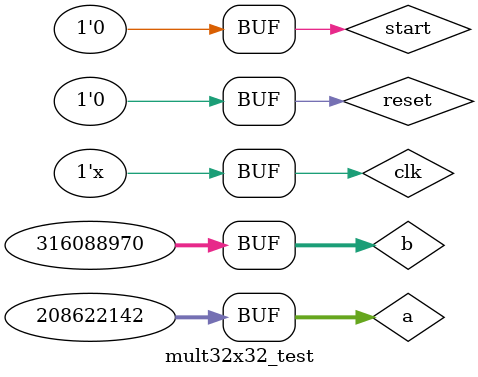
<source format=sv>
module mult32x32_test;

    logic clk;            // Clock
    logic reset;          // Reset
    logic start;          // Start signal
    logic [31:0] a;       // Input a
    logic [31:0] b;       // Input b
    logic busy;           // Multiplier busy indication
    logic [63:0] product; // Miltiplication product

// Put your code here
// ------------------
mult32x32 uut (
    .clk(clk),
    .reset(reset),
    .start(start),
    .a(a),
    .b(b),
    .busy(busy),
    .product(product)
);
    always begin
        #5;
        clk = ~clk;
    end 

initial begin
    // Initialize signals
    clk = 1'b1;
    reset = 1'b1;
    start = 1'b0;
    a = 0;
    b = 0;

    #40;
    reset = 1'b0;
    a = 32'd208622142;
    b = 32'd316088970;

    #10;
    start = 1'b1;

    #10;
    start = 1'b0;


end

// End of your code

endmodule

</source>
